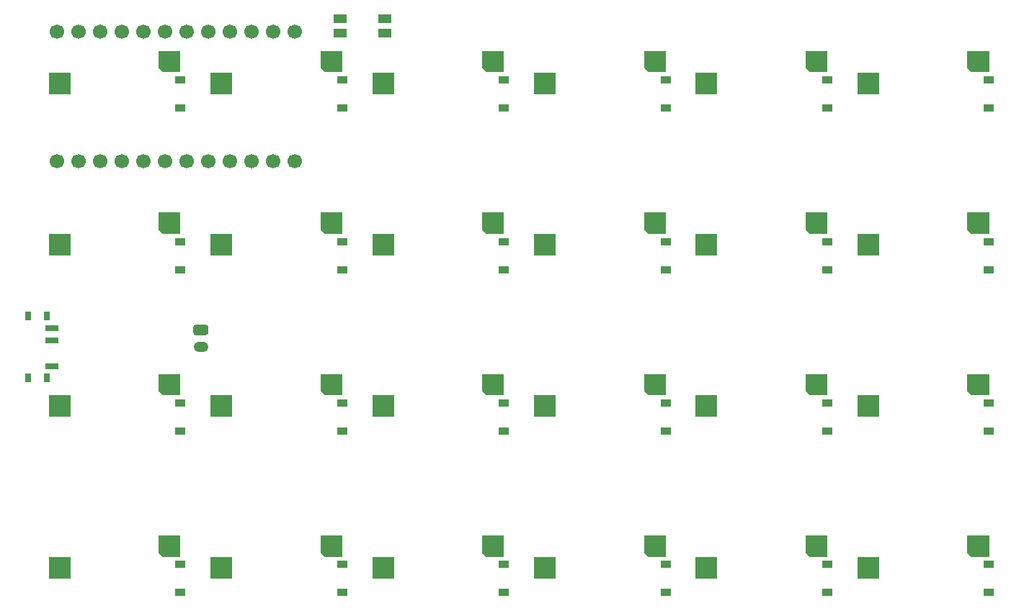
<source format=gbl>
G04 #@! TF.GenerationSoftware,KiCad,Pcbnew,8.0.6+1*
G04 #@! TF.CreationDate,2024-11-11T16:02:19+00:00*
G04 #@! TF.ProjectId,not_about_money,6e6f745f-6162-46f7-9574-5f6d6f6e6579,v1.0.0*
G04 #@! TF.SameCoordinates,Original*
G04 #@! TF.FileFunction,Copper,L2,Bot*
G04 #@! TF.FilePolarity,Positive*
%FSLAX46Y46*%
G04 Gerber Fmt 4.6, Leading zero omitted, Abs format (unit mm)*
G04 Created by KiCad (PCBNEW 8.0.6+1) date 2024-11-11 16:02:19*
%MOMM*%
%LPD*%
G01*
G04 APERTURE LIST*
G04 #@! TA.AperFunction,SMDPad,CuDef*
%ADD10R,2.550000X2.500000*%
G04 #@! TD*
G04 #@! TA.AperFunction,SMDPad,CuDef*
%ADD11R,1.200000X0.900000*%
G04 #@! TD*
G04 #@! TA.AperFunction,ComponentPad*
%ADD12C,1.700000*%
G04 #@! TD*
G04 #@! TA.AperFunction,SMDPad,CuDef*
%ADD13R,0.800000X1.000000*%
G04 #@! TD*
G04 #@! TA.AperFunction,SMDPad,CuDef*
%ADD14R,1.500000X0.700000*%
G04 #@! TD*
G04 #@! TA.AperFunction,SMDPad,CuDef*
%ADD15R,1.550000X1.000000*%
G04 #@! TD*
G04 #@! TA.AperFunction,ComponentPad*
%ADD16O,1.750000X1.200000*%
G04 #@! TD*
G04 APERTURE END LIST*
D10*
X92915000Y-97460000D03*
G04 #@! TA.AperFunction,SMDPad,CuDef*
G36*
X104567000Y-93670000D02*
G01*
X107117000Y-93670000D01*
X107117000Y-96170000D01*
X105067000Y-96170000D01*
X104567000Y-95670000D01*
X104567000Y-93670000D01*
G37*
G04 #@! TD.AperFunction*
X92915000Y-78460000D03*
G04 #@! TA.AperFunction,SMDPad,CuDef*
G36*
X104567000Y-74670000D02*
G01*
X107117000Y-74670000D01*
X107117000Y-77170000D01*
X105067000Y-77170000D01*
X104567000Y-76670000D01*
X104567000Y-74670000D01*
G37*
G04 #@! TD.AperFunction*
X92915000Y-59460000D03*
G04 #@! TA.AperFunction,SMDPad,CuDef*
G36*
X104567000Y-55670000D02*
G01*
X107117000Y-55670000D01*
X107117000Y-58170000D01*
X105067000Y-58170000D01*
X104567000Y-57670000D01*
X104567000Y-55670000D01*
G37*
G04 #@! TD.AperFunction*
X92915000Y-40460000D03*
G04 #@! TA.AperFunction,SMDPad,CuDef*
G36*
X104567000Y-36670000D02*
G01*
X107117000Y-36670000D01*
X107117000Y-39170000D01*
X105067000Y-39170000D01*
X104567000Y-38670000D01*
X104567000Y-36670000D01*
G37*
G04 #@! TD.AperFunction*
X111915000Y-97460000D03*
G04 #@! TA.AperFunction,SMDPad,CuDef*
G36*
X123567000Y-93670000D02*
G01*
X126117000Y-93670000D01*
X126117000Y-96170000D01*
X124067000Y-96170000D01*
X123567000Y-95670000D01*
X123567000Y-93670000D01*
G37*
G04 #@! TD.AperFunction*
X111915000Y-78460000D03*
G04 #@! TA.AperFunction,SMDPad,CuDef*
G36*
X123567000Y-74670000D02*
G01*
X126117000Y-74670000D01*
X126117000Y-77170000D01*
X124067000Y-77170000D01*
X123567000Y-76670000D01*
X123567000Y-74670000D01*
G37*
G04 #@! TD.AperFunction*
X111915000Y-59460000D03*
G04 #@! TA.AperFunction,SMDPad,CuDef*
G36*
X123567000Y-55670000D02*
G01*
X126117000Y-55670000D01*
X126117000Y-58170000D01*
X124067000Y-58170000D01*
X123567000Y-57670000D01*
X123567000Y-55670000D01*
G37*
G04 #@! TD.AperFunction*
X111915000Y-40460000D03*
G04 #@! TA.AperFunction,SMDPad,CuDef*
G36*
X123567000Y-36670000D02*
G01*
X126117000Y-36670000D01*
X126117000Y-39170000D01*
X124067000Y-39170000D01*
X123567000Y-38670000D01*
X123567000Y-36670000D01*
G37*
G04 #@! TD.AperFunction*
X130915000Y-97460000D03*
G04 #@! TA.AperFunction,SMDPad,CuDef*
G36*
X142567000Y-93670000D02*
G01*
X145117000Y-93670000D01*
X145117000Y-96170000D01*
X143067000Y-96170000D01*
X142567000Y-95670000D01*
X142567000Y-93670000D01*
G37*
G04 #@! TD.AperFunction*
X130915000Y-78460000D03*
G04 #@! TA.AperFunction,SMDPad,CuDef*
G36*
X142567000Y-74670000D02*
G01*
X145117000Y-74670000D01*
X145117000Y-77170000D01*
X143067000Y-77170000D01*
X142567000Y-76670000D01*
X142567000Y-74670000D01*
G37*
G04 #@! TD.AperFunction*
X130915000Y-59460000D03*
G04 #@! TA.AperFunction,SMDPad,CuDef*
G36*
X142567000Y-55670000D02*
G01*
X145117000Y-55670000D01*
X145117000Y-58170000D01*
X143067000Y-58170000D01*
X142567000Y-57670000D01*
X142567000Y-55670000D01*
G37*
G04 #@! TD.AperFunction*
X130915000Y-40460000D03*
G04 #@! TA.AperFunction,SMDPad,CuDef*
G36*
X142567000Y-36670000D02*
G01*
X145117000Y-36670000D01*
X145117000Y-39170000D01*
X143067000Y-39170000D01*
X142567000Y-38670000D01*
X142567000Y-36670000D01*
G37*
G04 #@! TD.AperFunction*
X149915000Y-97460000D03*
G04 #@! TA.AperFunction,SMDPad,CuDef*
G36*
X161567000Y-93670000D02*
G01*
X164117000Y-93670000D01*
X164117000Y-96170000D01*
X162067000Y-96170000D01*
X161567000Y-95670000D01*
X161567000Y-93670000D01*
G37*
G04 #@! TD.AperFunction*
X149915000Y-78460000D03*
G04 #@! TA.AperFunction,SMDPad,CuDef*
G36*
X161567000Y-74670000D02*
G01*
X164117000Y-74670000D01*
X164117000Y-77170000D01*
X162067000Y-77170000D01*
X161567000Y-76670000D01*
X161567000Y-74670000D01*
G37*
G04 #@! TD.AperFunction*
X149915000Y-59460000D03*
G04 #@! TA.AperFunction,SMDPad,CuDef*
G36*
X161567000Y-55670000D02*
G01*
X164117000Y-55670000D01*
X164117000Y-58170000D01*
X162067000Y-58170000D01*
X161567000Y-57670000D01*
X161567000Y-55670000D01*
G37*
G04 #@! TD.AperFunction*
X149915000Y-40460000D03*
G04 #@! TA.AperFunction,SMDPad,CuDef*
G36*
X161567000Y-36670000D02*
G01*
X164117000Y-36670000D01*
X164117000Y-39170000D01*
X162067000Y-39170000D01*
X161567000Y-38670000D01*
X161567000Y-36670000D01*
G37*
G04 #@! TD.AperFunction*
X168915000Y-97460000D03*
G04 #@! TA.AperFunction,SMDPad,CuDef*
G36*
X180567000Y-93670000D02*
G01*
X183117000Y-93670000D01*
X183117000Y-96170000D01*
X181067000Y-96170000D01*
X180567000Y-95670000D01*
X180567000Y-93670000D01*
G37*
G04 #@! TD.AperFunction*
X168915000Y-78460000D03*
G04 #@! TA.AperFunction,SMDPad,CuDef*
G36*
X180567000Y-74670000D02*
G01*
X183117000Y-74670000D01*
X183117000Y-77170000D01*
X181067000Y-77170000D01*
X180567000Y-76670000D01*
X180567000Y-74670000D01*
G37*
G04 #@! TD.AperFunction*
X168915000Y-59460000D03*
G04 #@! TA.AperFunction,SMDPad,CuDef*
G36*
X180567000Y-55670000D02*
G01*
X183117000Y-55670000D01*
X183117000Y-58170000D01*
X181067000Y-58170000D01*
X180567000Y-57670000D01*
X180567000Y-55670000D01*
G37*
G04 #@! TD.AperFunction*
X168915000Y-40460000D03*
G04 #@! TA.AperFunction,SMDPad,CuDef*
G36*
X180567000Y-36670000D02*
G01*
X183117000Y-36670000D01*
X183117000Y-39170000D01*
X181067000Y-39170000D01*
X180567000Y-38670000D01*
X180567000Y-36670000D01*
G37*
G04 #@! TD.AperFunction*
X187915000Y-97460000D03*
G04 #@! TA.AperFunction,SMDPad,CuDef*
G36*
X199567000Y-93670000D02*
G01*
X202117000Y-93670000D01*
X202117000Y-96170000D01*
X200067000Y-96170000D01*
X199567000Y-95670000D01*
X199567000Y-93670000D01*
G37*
G04 #@! TD.AperFunction*
X187915000Y-78460000D03*
G04 #@! TA.AperFunction,SMDPad,CuDef*
G36*
X199567000Y-74670000D02*
G01*
X202117000Y-74670000D01*
X202117000Y-77170000D01*
X200067000Y-77170000D01*
X199567000Y-76670000D01*
X199567000Y-74670000D01*
G37*
G04 #@! TD.AperFunction*
X187915000Y-59460000D03*
G04 #@! TA.AperFunction,SMDPad,CuDef*
G36*
X199567000Y-55670000D02*
G01*
X202117000Y-55670000D01*
X202117000Y-58170000D01*
X200067000Y-58170000D01*
X199567000Y-57670000D01*
X199567000Y-55670000D01*
G37*
G04 #@! TD.AperFunction*
X187915000Y-40460000D03*
G04 #@! TA.AperFunction,SMDPad,CuDef*
G36*
X199567000Y-36670000D02*
G01*
X202117000Y-36670000D01*
X202117000Y-39170000D01*
X200067000Y-39170000D01*
X199567000Y-38670000D01*
X199567000Y-36670000D01*
G37*
G04 #@! TD.AperFunction*
D11*
X107100000Y-97100000D03*
X107100000Y-100400000D03*
X107100000Y-78100000D03*
X107100000Y-81400000D03*
X107100000Y-59100000D03*
X107100000Y-62400000D03*
X107100000Y-40100000D03*
X107100000Y-43400000D03*
X126100000Y-97100000D03*
X126100000Y-100400000D03*
X126100000Y-78100000D03*
X126100000Y-81400000D03*
X126100000Y-59100000D03*
X126100000Y-62400000D03*
X126100000Y-40100000D03*
X126100000Y-43400000D03*
X145100000Y-97100000D03*
X145100000Y-100400000D03*
X145100000Y-78100000D03*
X145100000Y-81400000D03*
X145100000Y-59100000D03*
X145100000Y-62400000D03*
X145100000Y-40100000D03*
X145100000Y-43400000D03*
X164100000Y-97100000D03*
X164100000Y-100400000D03*
X164100000Y-78100000D03*
X164100000Y-81400000D03*
X164100000Y-59100000D03*
X164100000Y-62400000D03*
X164100000Y-40100000D03*
X164100000Y-43400000D03*
X183100000Y-97100000D03*
X183100000Y-100400000D03*
X183100000Y-78100000D03*
X183100000Y-81400000D03*
X183100000Y-59100000D03*
X183100000Y-62400000D03*
X183100000Y-40100000D03*
X183100000Y-43400000D03*
X202100000Y-97100000D03*
X202100000Y-100400000D03*
X202100000Y-78100000D03*
X202100000Y-81400000D03*
X202100000Y-59100000D03*
X202100000Y-62400000D03*
X202100000Y-40100000D03*
X202100000Y-43400000D03*
D12*
X92600000Y-49620000D03*
X92600000Y-34380000D03*
X95140000Y-49620000D03*
X95140000Y-34380000D03*
X97680000Y-49620000D03*
X97680000Y-34380000D03*
X100220000Y-49620000D03*
X100220000Y-34380000D03*
X102760000Y-49620000D03*
X102760000Y-34380000D03*
X105300000Y-49620000D03*
X105300000Y-34380000D03*
X107840000Y-49620000D03*
X107840000Y-34380000D03*
X110380000Y-49620000D03*
X110380000Y-34380000D03*
X112920000Y-49620000D03*
X112920000Y-34380000D03*
X115460000Y-49620000D03*
X115460000Y-34380000D03*
X118000000Y-49620000D03*
X118000000Y-34380000D03*
X120540000Y-49620000D03*
X120540000Y-34380000D03*
D13*
X91385000Y-75150000D03*
X89175000Y-75150000D03*
X91385000Y-67850000D03*
X89175000Y-67850000D03*
D14*
X92035000Y-73750000D03*
X92035000Y-70750000D03*
X92035000Y-69250000D03*
D15*
X125875000Y-32900000D03*
X125875000Y-34600000D03*
X131125000Y-32900000D03*
X131125000Y-34600000D03*
G04 #@! TA.AperFunction,ComponentPad*
G36*
G01*
X110135000Y-70100000D02*
X108865000Y-70100000D01*
G75*
G02*
X108625000Y-69860000I0J240000D01*
G01*
X108625000Y-69140000D01*
G75*
G02*
X108865000Y-68900000I240000J0D01*
G01*
X110135000Y-68900000D01*
G75*
G02*
X110375000Y-69140000I0J-240000D01*
G01*
X110375000Y-69860000D01*
G75*
G02*
X110135000Y-70100000I-240000J0D01*
G01*
G37*
G04 #@! TD.AperFunction*
D16*
X109500000Y-71500000D03*
M02*

</source>
